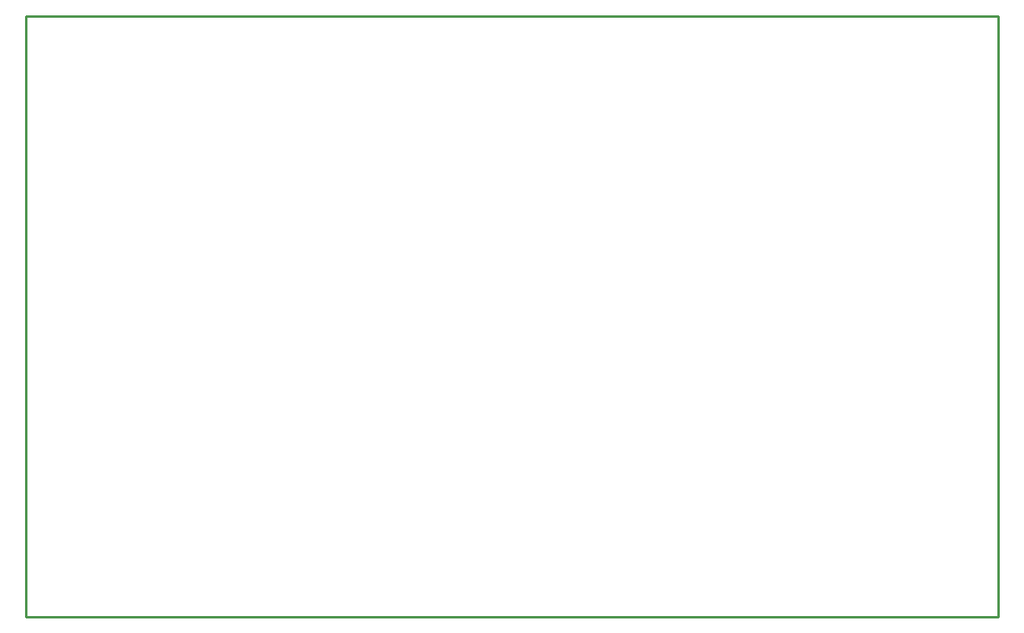
<source format=gm1>
G04*
G04 #@! TF.GenerationSoftware,Altium Limited,Altium Designer,19.1.5 (86)*
G04*
G04 Layer_Color=16711935*
%FSLAX25Y25*%
%MOIN*%
G70*
G01*
G75*
%ADD11C,0.01000*%
G54D11*
X0Y248031D02*
X401575D01*
Y0D02*
Y248031D01*
X0Y0D02*
X401575D01*
X0D02*
Y248031D01*
M02*

</source>
